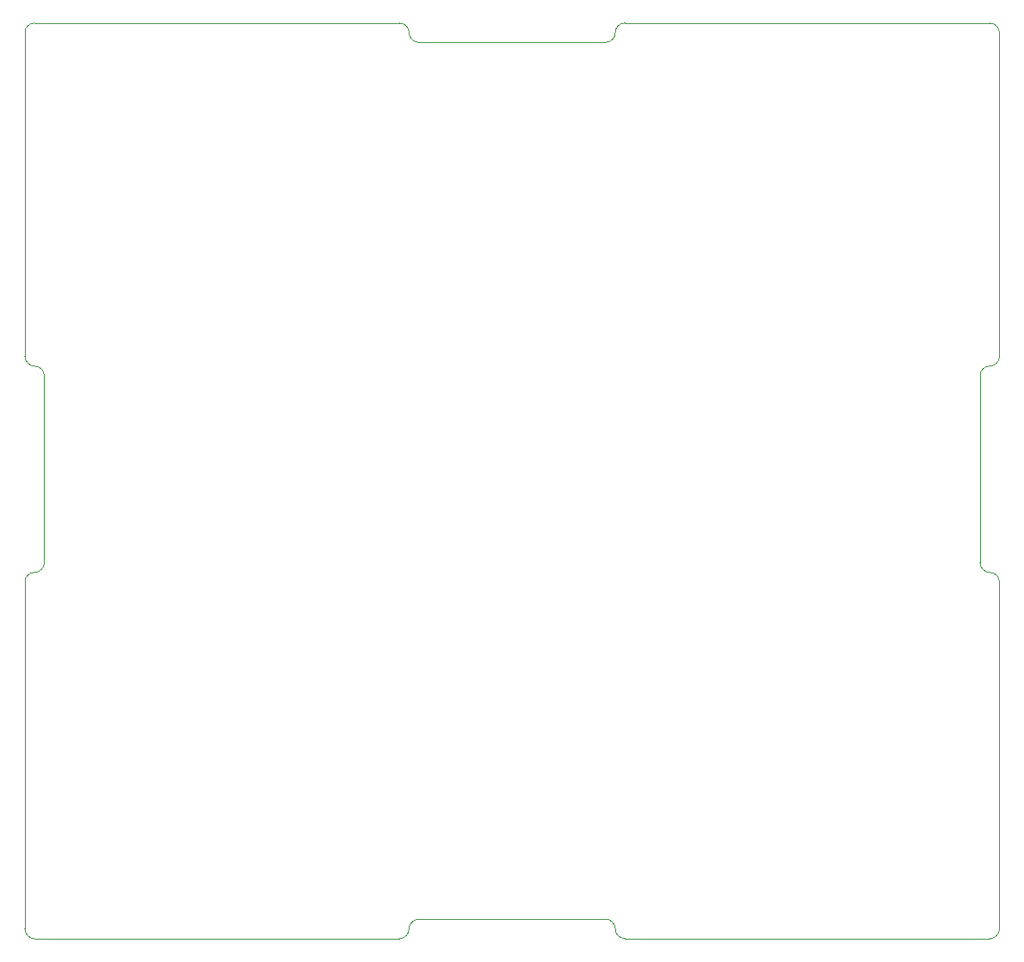
<source format=gm1>
G04 #@! TF.GenerationSoftware,KiCad,Pcbnew,(6.0.9)*
G04 #@! TF.CreationDate,2022-12-03T00:03:04+01:00*
G04 #@! TF.ProjectId,CANduino128,43414e64-7569-46e6-9f31-32382e6b6963,rev?*
G04 #@! TF.SameCoordinates,Original*
G04 #@! TF.FileFunction,Profile,NP*
%FSLAX46Y46*%
G04 Gerber Fmt 4.6, Leading zero omitted, Abs format (unit mm)*
G04 Created by KiCad (PCBNEW (6.0.9)) date 2022-12-03 00:03:04*
%MOMM*%
%LPD*%
G01*
G04 APERTURE LIST*
G04 #@! TA.AperFunction,Profile*
%ADD10C,0.100000*%
G04 #@! TD*
G04 APERTURE END LIST*
D10*
X159689800Y-133667500D02*
G75*
G03*
X160642299Y-134620000I952500J0D01*
G01*
X197485000Y-45402500D02*
G75*
G03*
X196532499Y-44450000I-952500J0D01*
G01*
X160642299Y-134620000D02*
X196532499Y-134620000D01*
X159689800Y-133667500D02*
G75*
G03*
X158737299Y-132715000I-952500J0D01*
G01*
X101599999Y-133667500D02*
X101599999Y-99504500D01*
X197485000Y-99504500D02*
G75*
G03*
X196532499Y-98552000I-952500J0D01*
G01*
X102552499Y-98551999D02*
G75*
G03*
X103504999Y-97599500I1J952499D01*
G01*
X102552499Y-44450000D02*
X138442699Y-44450000D01*
X160642299Y-44449999D02*
G75*
G03*
X159689799Y-45402500I1J-952501D01*
G01*
X103505000Y-79184500D02*
G75*
G03*
X102552499Y-78232000I-952500J0D01*
G01*
X158737299Y-46354999D02*
G75*
G03*
X159689799Y-45402500I1J952499D01*
G01*
X195580000Y-97599500D02*
G75*
G03*
X196532499Y-98552000I952500J0D01*
G01*
X138442699Y-134619999D02*
G75*
G03*
X139395199Y-133667500I1J952499D01*
G01*
X140347699Y-46355000D02*
X158737299Y-46355000D01*
X101600000Y-77279500D02*
G75*
G03*
X102552499Y-78232000I952500J0D01*
G01*
X102552499Y-98551999D02*
G75*
G03*
X101599999Y-99504500I1J-952501D01*
G01*
X139395200Y-45402500D02*
G75*
G03*
X140347699Y-46355000I952500J0D01*
G01*
X197484999Y-77279500D02*
X197484999Y-45402500D01*
X101599999Y-77279500D02*
X101599999Y-45402500D01*
X160642299Y-44450000D02*
X196532499Y-44450000D01*
X195579999Y-97599500D02*
X195579999Y-79184500D01*
X197484999Y-133667500D02*
X197484999Y-99504500D01*
X102552499Y-44449999D02*
G75*
G03*
X101599999Y-45402500I1J-952501D01*
G01*
X140347699Y-132714999D02*
G75*
G03*
X139395199Y-133667500I1J-952501D01*
G01*
X101600000Y-133667500D02*
G75*
G03*
X102552499Y-134620000I952500J0D01*
G01*
X102552499Y-134620000D02*
X138442699Y-134620000D01*
X196532499Y-134619999D02*
G75*
G03*
X197484999Y-133667500I1J952499D01*
G01*
X196532499Y-78231999D02*
G75*
G03*
X195579999Y-79184500I1J-952501D01*
G01*
X103504999Y-97599500D02*
X103504999Y-79184500D01*
X140347699Y-132715000D02*
X158737299Y-132715000D01*
X196532499Y-78231999D02*
G75*
G03*
X197484999Y-77279500I1J952499D01*
G01*
X139395200Y-45402500D02*
G75*
G03*
X138442699Y-44450000I-952500J0D01*
G01*
M02*

</source>
